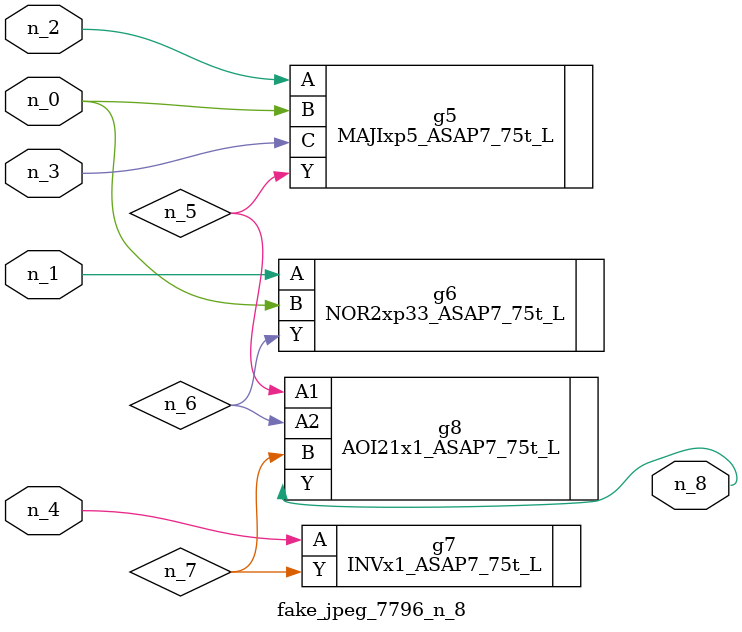
<source format=v>
module fake_jpeg_7796_n_8 (n_3, n_2, n_1, n_0, n_4, n_8);

input n_3;
input n_2;
input n_1;
input n_0;
input n_4;

output n_8;

wire n_6;
wire n_5;
wire n_7;

MAJIxp5_ASAP7_75t_L g5 ( 
.A(n_2),
.B(n_0),
.C(n_3),
.Y(n_5)
);

NOR2xp33_ASAP7_75t_L g6 ( 
.A(n_1),
.B(n_0),
.Y(n_6)
);

INVx1_ASAP7_75t_L g7 ( 
.A(n_4),
.Y(n_7)
);

AOI21x1_ASAP7_75t_L g8 ( 
.A1(n_5),
.A2(n_6),
.B(n_7),
.Y(n_8)
);


endmodule
</source>
